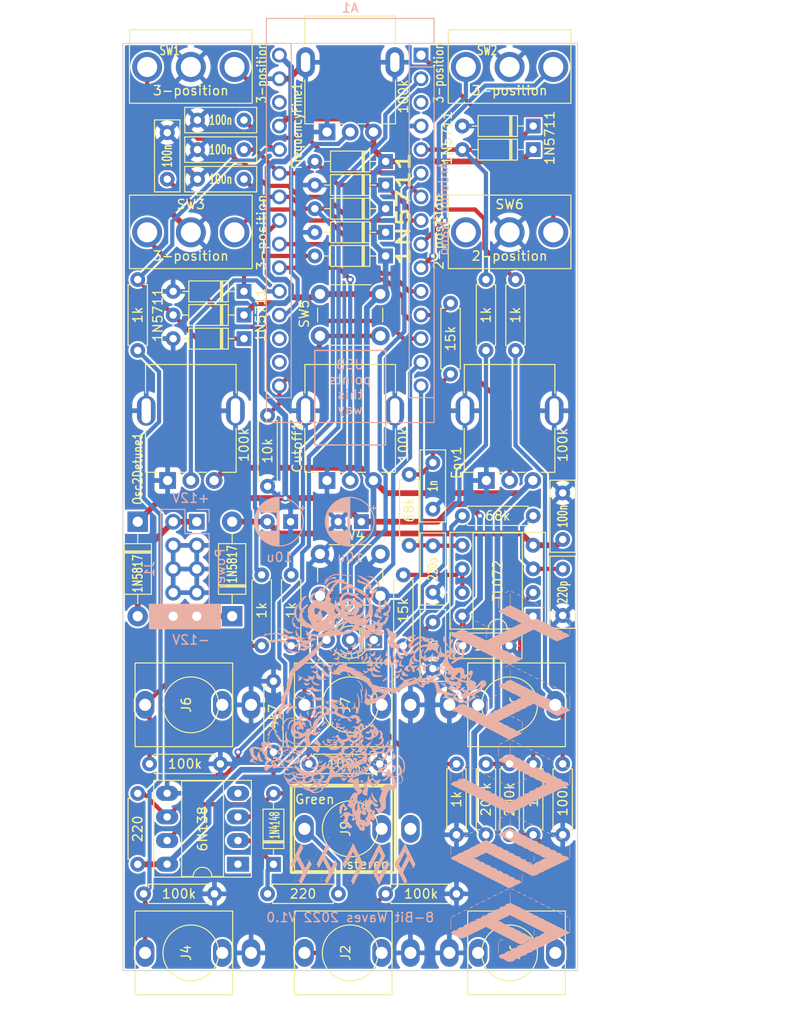
<source format=kicad_pcb>
(kicad_pcb (version 20210228) (generator pcbnew)
  (layers (0 "F.Cu" signal) (31 "B.Cu" signal) (34 "B.Paste" user) (35 "F.Paste" user) (36 "B.SilkS" user "B.Silkscreen") (37 "F.SilkS" user "F.Silkscreen") (38 "B.Mask" user) (39 "F.Mask" user) (44 "Edge.Cuts" user))
  (net 0 "")
  (net 1 "Net-(J9-Pad3)")
  (net 2 "+12V")
  (net 3 "StatusRed")
  (net 4 "GND")
  (net 5 "StatusBlue")
  (net 7 "PWM")
  (net 8 "+5V")
  (net 9 "Wave1-0")
  (net 10 "1V{slash}Oct")
  (net 11 "Wave1-1")
  (net 12 "A6")
  (net 13 "Wave2-0")
  (net 14 "A5")
  (net 15 "Wave2-1")
  (net 16 "A4")
  (net 17 "Mix0")
  (net 18 "A3")
  (net 19 "Mix1")
  (net 20 "A2")
  (net 21 "CLK_IN")
  (net 22 "A1")
  (net 23 "A0")
  (net 26 "+3V3")
  (net 27 "Arp{slash}Sync Type")
  (net 28 "-12V")
  (net 29 "Net-(C5-Pad2)")
  (net 30 "Net-(C6-Pad2)")
  (net 31 "Net-(D1-Pad2)")
  (net 32 "Net-(D2-Pad1)")
  (net 33 "Net-(C12-Pad2)")
  (net 34 "Net-(J2-Pad3)")
  (net 36 "Net-(J4-Pad3)")
  (net 38 "Net-(J5-Pad3)")
  (net 40 "Net-(J6-Pad3)")
  (net 42 "Net-(J7-Pad3)")
  (net 44 "Net-(J8-Pad3)")
  (net 46 "Net-(D16-Pad2)")
  (net 47 "Net-(D16-Pad1)")
  (net 49 "Net-(R10-Pad2)")
  (net 50 "Net-(R11-Pad1)")
  (net 51 "Net-(R20-Pad1)")
  (net 52 "MIDI RX")
  (net 53 "LEARN_BUTTON")
  (net 56 "Net-(D17-Pad2)")
  (net 57 "CLK_BUTTON")
  (net 58 "Net-(C11-Pad2)")
  (net 59 "Net-(R6-Pad1)")
  (footprint "kicad_libraries:Thonkiconn" (layer "F.Cu") (at 147.955 135.255 90)
    (fp_text reference "J9")
    (fp_text value "MIDI")
  )
  (footprint "kicad_libraries:toggle switch" (layer "F.Cu") (at 165.1 53.34 -90)
    (fp_text reference "SW2")
    (fp_text value "Wave2")
  )
  (footprint "Resistor_THT:R_Axial_DIN0207_L6.3mm_D2.5mm_P7.62mm_Horizontal" (layer "F.Cu") (at 153.67 107.95 -90)
    (fp_text reference "R6")
    (fp_text value "15k")
  )
  (footprint "Resistor_THT:R_Axial_DIN0207_L6.3mm_D2.5mm_P7.62mm_Horizontal" (layer "F.Cu") (at 146.685 142.24 180)
    (fp_text reference "R19")
    (fp_text value "220")
  )
  (footprint "Resistor_THT:R_Axial_DIN0207_L6.3mm_D2.5mm_P7.62mm_Horizontal" (layer "F.Cu") (at 125.095 131.445 -90)
    (fp_text reference "R21")
    (fp_text value "220")
  )
  (footprint "Resistor_THT:R_Axial_DIN0207_L6.3mm_D2.5mm_P7.62mm_Horizontal" (layer "F.Cu") (at 165.735 76.2 -90)
    (fp_text reference "R18")
    (fp_text value "1k")
  )
  (footprint "Diode_THT:D_DO-35_SOD27_P7.62mm_Horizontal" (layer "F.Cu") (at 136.525 80.01 180)
    (fp_text reference "D8" hide)
    (fp_text value "1N5711")
  )
  (footprint "Resistor_THT:R_Axial_DIN0207_L6.3mm_D2.5mm_P7.62mm_Horizontal" (layer "F.Cu") (at 126.365 128.27)
    (fp_text reference "R13")
    (fp_text value "100k")
  )
  (footprint "Resistor_THT:R_Axial_DIN0207_L6.3mm_D2.5mm_P7.62mm_Horizontal" (layer "F.Cu") (at 170.815 128.27 -90)
    (fp_text reference "R15")
    (fp_text value "100k")
  )
  (footprint "Diode_THT:D_DO-35_SOD27_P7.62mm_Horizontal" (layer "F.Cu") (at 151.765 63.5 180)
    (fp_text reference "D14" hide)
    (fp_text value "1N5711")
  )
  (footprint "Potentiometer_THT:Potentiometer_GND_Alpha_RD901F-40-00D_Single_Vertical_OvalHoles" (layer "F.Cu") (at 145.455 97.8 90)
    (fp_text reference "Cutoff1")
    (fp_text value "100k")
  )
  (footprint "Diode_THT:D_DO-35_SOD27_P7.62mm_Horizontal" (layer "F.Cu") (at 167.64 59.69 180)
    (fp_text reference "D4" hide)
    (fp_text value "1N5711")
  )
  (footprint "Resistor_THT:R_Axial_DIN0207_L6.3mm_D2.5mm_P7.62mm_Horizontal" (layer "F.Cu") (at 125.73 142.24)
    (fp_text reference "R7")
    (fp_text value "100k")
  )
  (footprint "Resistor_THT:R_Axial_DIN0207_L6.3mm_D2.5mm_P7.62mm_Horizontal" (layer "F.Cu") (at 167.64 128.27 -90)
    (fp_text reference "R11")
    (fp_text value "1k")
  )
  (footprint "Capacitor_THT:C_Disc_D7.5mm_W2.5mm_P5.00mm" (layer "F.Cu") (at 136.525 59.055 180)
    (fp_text reference "C7")
    (fp_text value "100n")
  )
  (footprint "Capacitor_THT:C_Disc_D7.5mm_W2.5mm_P5.00mm" (layer "F.Cu") (at 156.845 118.03 90)
    (fp_text reference "C5")
    (fp_text value "1n")
  )
  (footprint "Capacitor_THT:C_Disc_D7.5mm_W2.5mm_P5.00mm" (layer "F.Cu") (at 170.815 112.315 90)
    (fp_text reference "C6")
    (fp_text value "220p")
  )
  (footprint "Capacitor_THT:C_Disc_D7.5mm_W2.5mm_P5.00mm" (layer "F.Cu") (at 136.525 65.405 180)
    (fp_text reference "C9")
    (fp_text value "100n")
  )
  (footprint "Diode_THT:D_DO-35_SOD27_P7.62mm_Horizontal" (layer "F.Cu") (at 151.765 68.58 180)
    (fp_text reference "D12" hide)
    (fp_text value "1N5711")
  )
  (footprint "Resistor_THT:R_Axial_DIN0207_L6.3mm_D2.5mm_P7.62mm_Horizontal" (layer "F.Cu") (at 158.75 78.74 -90)
    (fp_text reference "R23")
    (fp_text value "15k")
  )
  (footprint "kicad_libraries:Thonkiconn" (layer "F.Cu") (at 147.955 121.92 90)
    (fp_text reference "J7")
    (fp_text value "Cutoff")
  )
  (footprint "Capacitor_THT:C_Disc_D7.5mm_W2.5mm_P5.00mm" (layer "F.Cu") (at 156.845 100.885 90)
    (fp_text reference "C11")
    (fp_text value "1n")
  )
  (footprint "Resistor_THT:R_Axial_DIN0207_L6.3mm_D2.5mm_P7.62mm_Horizontal" (layer "F.Cu") (at 139.7 127 90)
    (fp_text reference "R20")
    (fp_text value "4k7")
  )
  (footprint "Diode_THT:D_DO-35_SOD27_P7.62mm_Horizontal" (layer "F.Cu") (at 136.525 77.47 180)
    (fp_text reference "D11" hide)
    (fp_text value "1N5711")
  )
  (footprint "Resistor_THT:R_Axial_DIN0207_L6.3mm_D2.5mm_P7.62mm_Horizontal" (layer "F.Cu") (at 151.765 142.24)
    (fp_text reference "R1")
    (fp_text value "100k")
  )
  (footprint "kicad_libraries:Thonkiconn" (layer "F.Cu") (at 165.1 121.92 -90)
    (fp_text reference "J8")
    (fp_text value "Envelope")
  )
  (footprint "Package_DIP:DIP-8_W7.62mm_Socket" (layer "F.Cu") (at 167.63 112.385 180)
    (fp_text reference "U1" hide)
    (fp_text value "TL072")
  )
  (footprint "Capacitor_THT:C_Disc_D7.5mm_W2.5mm_P5.00mm" (layer "F.Cu") (at 136.525 62.23 180)
    (fp_text reference "C10")
    (fp_text value "100n")
  )
  (footprint "Diode_THT:D_DO-35_SOD27_P7.62mm_Horizontal" (layer "F.Cu") (at 136.525 82.55 180)
    (fp_text reference "D9" hide)
    (fp_text value "1N5711")
  )
  (footprint "Potentiometer_THT:Potentiometer_GND_Alpha_RD901F-40-00D_Single_Vertical_OvalHoles" (layer "F.Cu") (at 128.31 97.8 90)
    (fp_text reference "Osc2Detune1")
    (fp_text value "100k")
  )
  (footprint "Capacitor_THT:C_Disc_D7.5mm_W2.5mm_P5.00mm" (layer "F.Cu") (at 170.815 99.14 -90)
    (fp_text reference "C4")
    (fp_text value "100n")
  )
  (footprint "LED_THT:LED_D3.0mm-3" (layer "F.Cu") (at 150.495 114.935 180)
    (fp_text reference "D17" hide)
    (fp_text value "Status")
  )
  (footprint "Capacitor_THT:C_Disc_D7.5mm_W2.5mm_P5.00mm" (layer "F.Cu") (at 128.27 65.405 90)
    (fp_text reference "C8")
    (fp_text value "100n")
  )
  (footprint "Button_Switch_THT:SW_PUSH_6mm" (layer "F.Cu") (at 144.705 77.76)
    (fp_text reference "SW5")
    (fp_text value "Learn")
  )
  (footprint "Diode_THT:D_DO-35_SOD27_P7.62mm_Horizontal" (layer "F.Cu") (at 167.64 62.23 180)
    (fp_text reference "D3" hide)
    (fp_text value "1N5711")
  )
  (footprint "Resistor_THT:R_Axial_DIN0207_L6.3mm_D2.5mm_P7.62mm_Horizontal" (layer "F.Cu") (at 162.56 135.89 90)
    (fp_text reference "R10")
    (fp_text value "200k")
  )
  (footprint "kicad_libraries:Thonkiconn" (layer "F.Cu") (at 147.955 148.59 90)
    (fp_text reference "J2")
    (fp_text value "Clk")
  )
  (footprint "Diode_THT:D_DO-35_SOD27_P7.62mm_HorizontalVal" (layer "F.Cu") (at 139.7 139.065 90)
    (fp_text reference "D16" hide)
    (fp_text value "1N4148")
  )
  (footprint "Diode_THT:D_DO-35_SOD27_P7.62mm_Horizontal" (layer "F.Cu") (at 151.765 66.04 180)
    (fp_text reference "D15" hide)
    (fp_text value "1N5711")
  )
  (footprint "Resistor_THT:R_Axial_DIN0207_L6.3mm_D2.5mm_P7.62mm_Horizontal" (layer "F.Cu") (at 160.02 101.6)
    (fp_text reference "R8")
    (fp_text value "68k")
  )
  (footprint "Resistor_THT:R_Axial_DIN0207_L6.3mm_D2.5mm_P7.62mm_Horizontal" (layer "F.Cu") (at 125.095 76.2 -90)
    (fp_text reference "R9")
    (fp_text value "1k")
  )
  (footprint "kicad_libraries:Thonkiconn" (layer "F.Cu") (at 130.81 148.59 90)
    (fp_text reference "J4")
    (fp_text value "1V/Oct")
  )
  (footprint "Diode_THT:D_DO-35_SOD27_P7.62mm_Horizontal" (layer "F.Cu") (at 151.765 73.66 180)
    (fp_text reference "D10" hide)
    (fp_text value "1N5711")
  )
  (footprint "kicad_libraries:Thonkiconn" (layer "F.Cu") (at 130.81 121.92 90)
    (fp_text reference "J6")
    (fp_text value "Detune")
  )
  (footprint "Capacitor_THT:C_Disc_D7.5mm_W2.5mm_P5.00mm" (layer "F.Cu") (at 160.06 115.57)
    (fp_text reference "C3")
    (fp_text value "100n")
  )
  (footprint "Button_Switch_THT:SW_PUSH_6mm" (layer "F.Cu") (at 144.705 105.7)
    (fp_text reference "SW4")
    (fp_text value "Clk")
  )
  (footprint "kicad_libraries:Thonkiconn" (layer "F.Cu") (at 165.1 148.59 -90)
    (fp_text reference "J5")
    (fp_text value "Audio")
  )
  (footprint "Resistor_THT:R_Axial_DIN0207_L6.3mm_D2.5mm_P7.62mm_Horizontal" (layer "F.Cu") (at 141.605 107.95 -90)
    (fp_text reference "R17")
    (fp_text value "1k")
  )
  (footprint "Resistor_THT:R_Axial_DIN0207_L6.3mm_D2.5mm_P7.62mm_Horizontal" (layer "F.Cu") (at 143.51 128.27)
    (fp_text reference "R14")
    (fp_text value "100k")
  )
  (footprint "Resistor_THT:R_Axial_DIN0207_L6.3mm_D2.5mm_P7.62mm_Horizontal" (layer "F.Cu") (at 139.065 98.425 90)
    (fp_text reference "R2")
    (fp_text value "10k")
  )
  (footprint "Capacitor_THT:C_Disc_D7.5mm_W2.5mm_P5.00mm" (layer "F.Cu") (at 156.845 109.815 90)
    (fp_text reference "C12")
    (fp_text value "220p")
  )
  (footprint "kicad_libraries:toggle switch" (layer "F.Cu") (at 165.1 71.12 -90)
    (fp_text reference "SW6")
    (fp_text value "Arp/Sync Type")
  )
  (footprint "Resistor_THT:R_Axial_DIN0207_L6.3mm_D2.5mm_P7.62mm_Horizontal" (layer "F.Cu") (at 162.56 76.2 -90)
    (fp_text reference "R3")
    (fp_text value "1k")
  )
  (footprint "Resistor_THT:R_Axial_DIN0207_L6.3mm_D2.5mm_P7.62mm_Horizontal" (layer "F.Cu") (at 165.1 128.27 -90)
    (fp_text reference "R12")
    (fp_text value "200k")
  )
  (footprint "Diode_THT:D_DO-35_SOD27_P7.62mm_Horizontal" (layer "F.Cu") (at 151.765 71.12 180)
    (fp_text reference "D13" hide)
    (fp_text value "1N5711")
  )
  (footprint "Resistor_THT:R_Axial_DIN0207_L6.3mm_D2.5mm_P7.62mm_Horizontal" (layer "F.Cu") (at 159.385 128.27 -90)
    (fp_text reference "R22")
    (fp_text value "1k")
  )
  (footprint "Potentiometer_THT:Potentiometer_GND_Alpha_RD901F-40-00D_Single_Vertical_OvalHoles" (layer "F.Cu") (at 162.6 97.8 90)
    (fp_text reference "Env1")
    (fp_text value "100k")
  )
  (footprint "Resistor_THT:R_Axial_DIN0207_L6.3mm_D2.5mm_P7.62mm_Horizontal" (layer "F.Cu") (at 138.43 107.95 -90)
    (fp_text reference "R16")
    (fp_text value "1k")
  )
  (footprint "kicad_libraries:toggle switch" (layer "F.Cu") (at 130.81 71.12 -90)
    (fp_text reference "SW3")
    (fp_text value "Mix")
  )
  (footprint "Diode_THT:D_DO-41_SOD81_P10.16mm_Horizontal" (layer "F.Cu") (at 135.255 112.395 90)
    (fp_text reference "D2" hide)
    (fp_text value "1N5817")
  )
  (footprint "Diode_THT:D_DO-41_SOD81_P10.16mm_Horizontal" (layer "F.Cu") (at 125.095 102.235 -90)
    (fp_text reference "D1" hide)
    (fp_text value "1N5817")
  )
  (footprint "Package_DIP:DIP-8_W7.62mm_Socket_LongPads" (layer "F.Cu") (at 135.88 139.055 180)
    (fp_text reference "U2" hide)
    (fp_text value "6N138")
  )
  (footprint "Resistor_THT:R_Axial_DIN0207_L6.3mm_D2.5mm_P7.62mm_Horizontal" (layer "F.Cu") (at 154.305 97.155 -90)
    (fp_text reference "R24")
    (fp_text value "68k")
  )
  (footprint "kicad_libraries:toggle switch" (layer "F.Cu") (at 130.81 53.34 -90)
    (fp_text reference "SW1")
    (fp_text value "Wave1")
  )
  (footprint "Potentiometer_THT:Potentiometer_GND_Alpha_RD901F-40-00D_Single_Vertical_OvalHoles" (layer "F.Cu") (at 145.455 60.335 90)
    (fp_text reference "FrequencyFine1")
    (fp_text value "100k")
  )
  (footprint "Connector_PinHeader_2.54mm:PinHeader_2x05_P2.54mm_Vertical" (layer "B.Cu") (at 131.45 102.24 180)
    (fp_text reference "J1")
    (fp_text value "Power")
  )
  (footprint "kicad_libraries:ASCII mid size" (layer "B.Cu") (at 165.1 129.54 90)
    (fp_text reference "G***")
    (fp_text value "LOGO" hide)
  )
  (footprint "Module:Arduino_Nano" (layer "B.Cu") (at 155.575 52.07 180)
    (fp_text reference "A1")
    (fp_text value "Arduino_Nano_v3.x")
  )
  (footprint "kicad_libraries:lion" (layer "B.Cu") (at 149.86 121.92 180)
    (fp_text reference "G***")
    (fp_text value "LOGO" hide)
  )
  (footprint "Capacitor_THT:CP_Radial_D5.0mm_P2.50mm" (layer "B.Cu") (at 149.160113 102.235 180)
    (fp_text reference "C1")
    (fp_text value "10u")
  )
  (footprint "Capacitor_THT:CP_Radial_D5.0mm_P2.50mm" (layer "B.Cu") (at 141.540113 102.235 180)
    (fp_text reference "C2")
    (fp_text value "10u")
  )
  (footprint "kicad_libraries:ASCII small" (layer "B.Cu") (at 147.955 139.065 180)
    (fp_text reference "G***")
    (fp_text value "LOGO" hide)
  )
  (gr_rect (start 126.365 113.73) (end 133.985 111.125) (layer "B.SilkS") (width 0.15) (fill solid))
  (gr_rect (start 144.145 83.82) (end 151.765 93.98) (layer "B.SilkS") (width 0.15) (fill none))
  (gr_line (start 149.225 113.699) (end 149.225 116.171) (layer "F.SilkS") (width 0.15))
  (gr_line (start 148.995961 113.665) (end 148.995961 116.205) (layer "F.SilkS") (width 0.15))
  (gr_rect (start 141.605 130.556) (end 152.781 139.954) (layer "F.SilkS") (width 0.3) (fill none))
  (gr_rect (start 123.5075 50.8) (end 172.4025 150.495) (layer "Edge.Cuts") (width 0.1) (fill none))
  (gr_text "-12V" (at 130.81 114.935) (layer "B.SilkS") (effects (font (size 1 1)) (justify mirror)))
  (gr_text "Arduino Nano" (at 157.988 68.58 90) (layer "B.SilkS") (effects (font (size 1 1)) (justify mirror)))
  (gr_text "+12V" (at 130.81 99.695) (layer "B.SilkS") (effects (font (size 1 1)) (justify mirror)))
  (gr_text "USB\npoints\nthis\nway" (at 147.955 87.757) (layer "B.SilkS") (effects (font (size 1 1)) (justify mirror)))
  (gr_text "8-Bit Waves 2022 V1.0" (at 147.955 144.78) (layer "B.SilkS") (effects (font (size 1 1)) (justify mirror)))
  (gr_text "3-position" (at 157.48 53.975 90) (layer "F.SilkS") (effects (font (size 1 0.8))))
  (gr_text "3-position" (at 130.81 73.66) (layer "F.SilkS") (effects (font (size 1 1))))
  (gr_text "3-position" (at 138.43 71.12 90) (layer "F.SilkS") (effects (font (size 1 1))))
  (gr_text "3-position" (at 138.43 53.975 90) (layer "F.SilkS") (effects (font (size 1 0.8))))
  (gr_text "stereo" (at 149.86 139.065) (layer "F.SilkS") (effects (font (size 1 1))))
  (gr_text "2-position" (at 157.48 71.07 90) (layer "F.SilkS") (effects (font (size 1 1))))
  (gr_text "Green" (at 144.145 132.08) (layer "F.SilkS") (effects (font (size 1 1))))
  (gr_text "3-position" (at 165.1 55.88) (layer "F.SilkS") (effects (font (size 1 1))))
  (gr_text "2-position" (at 165.1 73.66) (layer "F.SilkS") (effects (font (size 1 1))))
  (gr_text "3-position" (at 130.81 55.88) (layer "F.SilkS") (effects (font (size 1 1))))
  (segment (start 146.685 138.905) (end 143.035 135.255) (width 0.4572) (layer "B.Cu") (net 1))
  (segment (start 146.685 142.24) (end 146.685 138.905) (width 0.4572) (layer "B.Cu") (net 1))
  (segment (start 157.362629 102.235) (end 149.160113 102.235) (width 0.62) (layer "F.Cu") (net 2))
  (segment (start 127.635 99.695) (end 140.97 99.695) (width 0.62) (layer "F.Cu") (net 2))
  (segment (start 161.925 101.6) (end 160.663089 100.338089) (width 0.62) (layer "F.Cu") (net 2))
  (segment (start 160.06 112.435) (end 160.01 112.385) (width 0.62) (layer "F.Cu") (net 2))
  (segment (start 127.635 99.695) (end 126.656911 100.673089) (width 0.62) (layer "F.Cu") (net 2))
  (segment (start 127.635 99.695) (end 125.095 102.235) (width 0.62) (layer "F.Cu") (net 2))
  (segment (start 160.663089 100.338089) (end 159.25954 100.338089) (width 0.62) (layer "F.Cu") (net 2))
  (segment (start 159.25954 100.338089) (end 157.362629 102.235) (width 0.62) (layer "F.Cu") (net 2))
  (segment (start 140.97 99.695) (end 146.620113 99.695) (width 0.62) (layer "F.Cu") (net 2))
  (segment (start 146.620113 99.695) (end 149.160113 102.235) (width 0.62) (layer "F.Cu") (net 2))
  (segment (start 160.06 115.57) (end 160.06 112.435) (width 0.62) (layer "F.Cu") (net 2))
  (via (at 161.925 101.6) (size 0.8) (drill 0.4) (layers "F.Cu" "B.Cu") (net 2))
  (via (at 140.97 99.695) (size 0.8) (drill 0.4) (layers "F.Cu" "B.Cu") (net 2))
  (segment (start 139.065 75.527629) (end 139.737371 76.2) (width 0.62) (layer "B.Cu") (net 2))
  (segment (start 138.43 88.302371) (end 140.97 90.842371) (width 0.62) (layer "B.Cu") (net 2))
  (segment (start 139.737371 76.2) (end 140.97 76.2) (width 0.62) (layer "B.Cu") (net 2))
  (segment (start 140.92454 63.508089) (end 139.729282 63.508089) (width 0.62) (layer "B.Cu") (net 2))
  (segment (start 140.97 90.842371) (end 140.97 99.695) (width 0.62) (layer "B.Cu") (net 2))
  (segment (start 140.97 97.155) (end 140.97 99.695) (width 0.62) (layer "B.Cu") (net 2))
  (segment (start 141.605 53.34) (end 141.605 62.827629) (width 0.62) (layer "B.Cu") (net 2))
  (segment (start 139.065 64.172371) (end 139.065 75.527629) (width 0.62) (layer "B.Cu") (net 2))
  (segment (start 141.605 62.827629) (end 140.92454 63.508089) (width 0.62) (layer "B.Cu") (net 2))
  (segment (start 161.925 110.47) (end 161.925 101.6) (width 0.62) (layer "B.Cu") (net 2))
  (segment (start 140.335 52.07) (end 141.605 53.34) (width 0.62) (layer "B.Cu") (net 2))
  (segment (start 140.97 76.2) (end 141.605 76.835) (width 0.62) (layer "B.Cu") (net 2))
  (segment (start 139.729282 63.508089) (end 139.065 64.172371) (width 0.62) (layer "B.Cu") (net 2))
  (segment (start 160.01 112.385) (end 161.925 110.47) (width 0.62) (layer "B.Cu") (net 2))
  (segment (start 141.605 76.835) (end 141.605 78.067629) (width 0.62) (layer "B.Cu") (net 2))
  (segment (start 140.940718 78.731911) (end 139.708089 78.731911) (width 0.62) (layer "B.Cu") (net 2))
  (segment (start 139.708089 78.731911) (end 138.43 80.01) (width 0.62) (layer "B.Cu") (net 2))
  (segment (start 138.43 80.01) (end 138.43 88.302371) (width 0.62) (layer "B.Cu") (net 2))
  (segment (start 141.605 78.067629) (end 140.940718 78.731911) (width 0.62) (layer "B.Cu") (net 2))
  (segment (start 151.765 97.214843) (end 151.13 96.579843) (width 0.4572) (layer "B.Cu") (net 3))
  (segment (start 145.415 113.914631) (end 148.010519 111.319112) (width 0.4572) (layer "B.Cu") (net 3))
  (segment (start 151.13 84.455) (end 153.785369 81.799631) (width 0.4572) (layer "B.Cu") (net 3))
  (segment (start 148.010519 111.319112) (end 148.01052 106.851324) (width 0.4572) (layer "B.Cu") (net 3))
  (segment (start 153.785369 66.559631) (end 155.575 64.77) (width 0.4572) (layer "B.Cu") (net 3))
  (segment (start 153.785369 81.799631) (end 153.785369 66.559631) (width 0.4572) (layer "B.Cu") (net 3))
  (segment (start 149.824489 105.037355) (end 149.973422 104.888422) (width 0.4572) (layer "B.Cu") (net 3))
  (segment (start 148.01052 106.851324) (end 149.824489 105.037355) (width 0.4572) (layer "B.Cu") (net 3))
  (segment (start 151.13 96.579843) (end 151.13 84.455) (width 0.4572) (layer "B.Cu") (net 3))
  (segment (start 149.824489 105.037355) (end 151.765 103.096843) (width 0.4572) (layer "B.Cu") (net 3))
  (segment (start 145.415 114.935) (end 145.415 113.914631) (width 0.4572) (layer "B.Cu") (net 3))
  (segment (start 151.765 103.096843) (end 151.765 97.214843) (width 0.4572) (layer "B.Cu") (net 3))
  (segment (start 127.008089 64.799282) (end 127.008089 67.318089) (width 0.62) (layer "F.Cu") (net 4))
  (segment (start 127.664282 64.143089) (end 127.008089 64.799282) (width 0.62) (layer "F.Cu") (net 4))
  (segment (start 141.38 54.61) (end 143.155 52.835) (width 0.62) (layer "F.Cu") (net 4))
  (segment (start 127.008089 67.318089) (end 130.81 71.12) (width 0.62) (layer "F.Cu") (net 4))
  (segment (start 130.263089 64.143089) (end 127.664282 64.143089) (width 0.62) (layer "F.Cu") (net 4))
  (segment (start 140.335 54.61) (end 141.38 54.61) (width 0.62) (layer "F.Cu") (net 4))
  (segment (start 131.525 65.405) (end 130.263089 64.143089) (width 0.62) (layer "F.Cu") (net 4))
  (segment (start 152.585511 106.776332) (end 149.824489 109.537354) (width 0.4572) (layer "B.Cu") (net 5))
  (segment (start 155.575 85.09) (end 154.394489 86.270511) (width 0.4572) (layer "B.Cu") (net 5))
  (segment (start 149.824489 109.537354) (end 149.824489 114.264489) (width 0.4572) (layer "B.Cu") (net 5))
  (segment (start 149.824489 114.264489) (end 150.495 114.935) (width 0.4572) (layer "B.Cu") (net 5))
  (segment (start 154.394489 86.270511) (end 154.394489 95.318354) (width 0.4572) (layer "B.Cu") (net 5))
  (segment (start 152.585511 97.127332) (end 152.585511 106.776332) (width 0.4572) (layer "B.Cu") (net 5))
  (segment (start 154.394489 95.318354) (end 152.585511 97.127332) (width 0.4572) (layer "B.Cu") (net 5))
  (segment (start 157.48 80.01) (end 158.75 78.74) (width 0.4572) (layer "F.Cu") (net 7))
  (segment (start 155.575 80.01) (end 157.48 80.01) (width 0.4572) (layer "F.Cu") (net 7))
  (segment (start 140.940718 78.731911) (end 141.567629 78.105) (width 0.62) (layer "F.Cu") (net 8))
  (segment (start 134.671911 96.438089) (end 149.093089 96.438089) (width 0.62) (layer "F.Cu") (net 8))
  (segment (start 125.095 139.065) (end 128.25 139.065) (width 0.62) (layer "F.Cu") (net 8))
  (segment (start 151.816911 99.161911) (end 166.238089 99.161911) (width 0.62) (layer "F.Cu") (net 8))
  (segment (start 140.335 59.69) (end 141.134999 58.890001) (width 0.62) (layer "F.Cu") (net 8))
  (segment (start 128.25 139.065) (end 128.26 139.055) (width 0.62) (layer "F.Cu") (net 8))
  (segment (start 150.455 60.335) (end 150.455 62.19) (width 0.62) (layer "F.Cu") (net 8))
  (segment (start 144.705 77.76) (end 151.205 77.76) (width 0.62) (layer "F.Cu") (net 8))
  (segment (start 150.455 97.8) (end 151.816911 99.161911) (width 0.62) (layer "F.Cu") (net 8))
  (segment (start 149.010001 58.890001) (end 150.455 60.335) (width 0.62) (layer "F.Cu") (net 8))
  (segment (start 150.455 62.19) (end 151.765 63.5) (width 0.62) (layer "F.Cu") (net 8))
  (segment (start 166.238089 99.161911) (end 167.6 97.8) (width 0.62) (layer "F.Cu") (net 8))
  (segment (start 133.31 97.8) (end 134.671911 96.438089) (width 0.62) (layer "F.Cu") (net 8))
  (segment (start 151.765 63.5) (end 166.37 63.5) (width 0.62) (layer "F.Cu") (net 8))
  (segment (start 144.36 78.105) (end 144.705 77.76) (width 0.62) (layer "F.Cu") (net 8))
  (segment (start 166.37 63.5) (end 167.64 62.23) (width 0.62) (layer "F.Cu") (net 8))
  (segment (start 137.803089 78.731911) (end 140.940718 78.731911) (width 0.62) (layer "F.Cu") (net 8))
  (segment (start 141.567629 78.105) (end 144.36 78.105) (width 0.62) (layer "F.Cu") (net 8))
  (segment (start 136.525 80.01) (end 137.803089 78.731911) (width 0.62) (layer "F.Cu") (net 8))
  (segment (start 141.134999 58.890001) (end 149.010001 58.890001) (width 0.62) (layer "F.Cu") (net 8))
  (segment (start 149.093089 96.438089) (end 150.455 97.8) (width 0.62) (layer "F.Cu") (net 8))
  (segment (start 147.32 106.506553) (end 147.32 111.033089) (width 0.62) (layer "B.Cu") (net 8))
  (segment (start 132.715 134.6) (end 128.26 139.055) (width 0.62) (layer "B.Cu") (net 8))
  (segment (start 161.298089 134.628089) (end 161.298089 124.909378) (width 0.62) (layer "B.Cu") (net 8))
  (segment (start 150.455 103.371553) (end 147.32 106.506553) (width 0.62) (layer "B.Cu") (net 8))
  (segment (start 151.765 77.2) (end 151.205 77.76) (width 0.62) (layer "B.Cu") (net 8))
  (segment (start 149.743089 97.088089) (end 150.455 97.8) (width 0.62) (layer "B.Cu") (net 8))
  (segment (start 150.503089 69.841911) (end 150.503089 72.398089) (width 0.62) (layer "B.Cu") (net 8))
  (segment (start 150.503089 72.398089) (end 151.765 73.66) (width 0.62) (layer "B.Cu") (net 8))
  (segment (start 145.415 118.11) (end 145.415 123.825) (width 0.62) (layer "B.Cu") (net 8))
  (segment (start 150.503089 67.318089) (end 151.765 68.58) (width 0.62) (layer "B.Cu") (net 8))
  (segment (start 151.765 63.5) (end 150.503089 64.761911) (width 0.62) (layer "B.Cu") (net 8))
  (segment (start 144.053089 116.748089) (end 145.415 118.11) (width 0.62) (layer "B.Cu") (net 8))
  (segment (start 132.715 132.415376) (end 132.715 134.6) (width 0.62) (layer "B.Cu") (net 8))
  (segment (start 163.798089 122.409378) (end 163.798089 101.601911) (width 0.62) (layer "B.Cu") (net 8))
  (segment (start 161.298089 124.909378) (end 163.798089 122.409378) (width 0.62) (layer "B.Cu") (net 8))
  (segment (start 149.743089 79.221911) (end 149.743089 97.088089) (width 0.62) (layer "B.Cu") (net 8))
  (segment (start 151.765 73.66) (end 151.765 77.2) (width 0.62) (layer "B.Cu") (net 8))
  (segment (start 163.798089 101.601911) (end 167.6 97.8) (width 0.62) (layer "B.Cu") (net 8))
  (segment (start 147.32 111.033089) (end 144.053089 114.3) (width 0.62) (layer "B.Cu") (net 8))
  (segment (start 133.35 97.84) (end 133.31 97.8) (width 0.62) (layer "B.Cu") (net 8))
  (segment (start 162.56 135.89) (end 161.298089 134.628089) (width 0.62) (layer "B.Cu") (net 8))
  (segment (start 145.415 123.825) (end 140.335 128.905) (width 0.62) (layer "B.Cu") (net 8))
  (segment (start 140.335 128.905) (end 136.225376 128.905) (width 0.62) (layer "B.Cu") (net 8))
  (segment (start 151.205 77.76) (end 149.743089 79.221911) (width 0.62) (layer "B.Cu") (net 8))
  (segment (start 150.455 97.8) (end 150.455 103.371553) (width 0.62) (layer "B.Cu") (net 8))
  (segment (start 136.225376 128.905) (end 132.715 132.415376) (width 0.62) (layer "B.Cu") (net 8))
  (segment (start 144.053089 114.3) (end 144.053089 116.748089) (width 0.62) (layer "B.Cu") (net 8))
  (segment (start 151.765 68.58) (end 150.503089 69.841911) (width 0.62) (layer "B.Cu") (net 8))
  (segment (start 150.503089 64.761911) (end 150.503089 67.318089) (width 0.62) (layer "B.Cu") (net 8))
  (segment (start 152.945511 64.680511) (end 147.072668 64.680511) (width 0.4572) (layer "F.Cu") (net 9))
  (segment (start 143.352157 60.96) (end 139.857843 60.96) (width 0.4572) (layer "F.Cu") (net 9))
  (segment (start 137.705511 58.807668) (end 137.705511 55.535511) (width 0.4572) (layer "F.Cu") (net 9))
  (segment (start 147.072668 64.680511) (end 143.352157 60.96) (width 0.4572) (layer "F.Cu") (net 9))
  (segment (start 155.575 67.31) (end 152.945511 64.680511) (width 0.4572) (layer "F.Cu") (net 9))
  (segment (start 139.857843 60.96) (end 137.705511 58.807668) (width 0.4572) (layer "F.Cu") (net 9))
  (segment (start 137.705511 55.535511) (end 135.51 53.34) (width 0.4572) (layer "F.Cu") (net 9))
  (segment (start 131.445 82.55) (end 136.525 82.55) (width 0.4572) (layer "F.Cu") (net 10))
  (segment (start 139.7 62.23) (end 140.335 62.23) (width 0.4572) (layer "F.Cu") (net 10))
  (segment (start 136.525 59.055) (end 139.7 62.23) (width 0.4572) (layer "F.Cu") (net 10))
  (segment (start 125.095 76.2) (end 128.905 80.01) (width 0.4572) (layer "F.Cu") (net 10))
  (segment (start 128.905 80.01) (end 131.445 82.55) (width 0.4572) (layer "F.Cu") (net 10))
  (segment (start 135.344489 63.410511) (end 137.705511 63.410511) (width 0.4572) (layer "B.Cu") (net 10))
  (segment (start 125.095 76.2) (end 128.814489 72.480511) (width 0.4572) (layer "B.Cu") (net 10))
  (segment (start 128.814489 72.480511) (end 128.814489 69.940511) (width 0.4572) (layer "B.Cu") (net 10))
  (segment (start 138.886022 62.23) (end 137.705511 63.410511) (width 0.4572) (layer "B.Cu") (net 10))
  (segment (start 140.335 62.23) (end 138.886022 62.23) (width 0.4572) (layer "B.Cu") (net 10))
  (segment (start 128.814489 69.940511) (end 135.344489 63.410511) (width 0.4572) (layer "B.Cu") (net 10))
  (segment (start 155.575 69.85) (end 147.955 69.85) (width 0.4572) (layer "F.Cu") (net 11))
  (segment (start 142.466426 67.31) (end 145.415 67.31) (width 0.4572) (layer "F.Cu") (net 11))
  (segment (start 126.11 55.623954) (end 131.535535 61.049489) (width 0.4572) (layer "F.Cu") (net 11))
  (segment (start 147.955 69.85) (end 145.415 67.31) (width 0.4572) (layer "F.Cu") (net 11))
  (segment (start 138.996646 66.129489) (end 141.285915 66.129489) (width 0.4572) (layer "F.Cu") (net 11))
  (segment (start 126.11 53.34) (end 126.11 55.623954) (width 0.4572) (layer "F.Cu") (net 11))
  (segment (start 135.89 63.5) (end 136.367157 63.5) (width 0.4572) (layer "F.Cu") (net 11))
  (segment (start 136.367157 63.5) (end 138.996646 66.129489) (width 0.4572) (layer "F.Cu") (net 11))
  (segment (start 131.535535 61.049489) (end 133.439489 61.049489) (width 0.4572) (layer "F.Cu") (net 11))
  (segment (start 133.439489 61.049489) (end 135.89 63.5) (width 0.4572) (layer "F.Cu") (net 11))
  (segment (start 141.285915 66.129489) (end 142.466426 67.31) (width 0.4572) (layer "F.Cu") (net 11))
  (segment (start 146.685 66.04) (end 144.145 63.5) (width 0.4572) (layer "F.Cu") (net 12))
  (segment (start 161.379489 68.669489) (end 154.394489 68.669489) (width 0.4572) (layer "F.Cu") (net 12))
  (segment (start 165.735 76.2) (end 162.395511 72.860511) (width 0.4572) (layer "F.Cu") (net 12))
  (segment (start 142.875 64.77) (end 144.145 63.5) (width 0.4572) (layer "F.Cu") (net 12))
  (segment (start 140.335 64.77) (end 142.875 64.77) (width 0.4572) (layer "F.Cu") (net 12))
  (segment (start 151.765 66.04) (end 146.685 66.04) (width 0.4572) (layer "F.Cu") (net 12))
  (segment (start 162.395511 69.685511) (end 161.379489 68.669489) (width 0.4572) (layer "F.Cu") (net 12))
  (segment (start 136.525 62.23) (end 137.795 62.23) (width 0.4572) (layer "F.Cu") (net 12))
  (segment (start 162.395511 72.860511) (end 162.395511 69.685511) (width 0.4572) (layer "F.Cu") (net 12))
  (segment (start 137.795 62.23) (end 140.335 64.77) (width 0.4572) (layer "F.Cu") (net 12))
  (segment (start 151.765 66.04) (end 154.394489 68.669489) (width 0.4572) (layer "F.Cu") (net 12))
  (segment (start 155.575 72.39) (end 158.115 69.85) (width 0.4572) (layer "F.Cu") (net 13))
  (via (at 158.115 69.85) (size 0.8) (drill 0.4) (layers "F.Cu" "B.Cu") (net 13))
  (segment (start 167.804489 55.335511) (end 162.469489 55.335511) (width 0.4572) (layer "B.Cu") (net 13))
  (segment (start 169.8 53.34) (end 167.804489 55.335511) (width 0.4572) (layer "B.Cu") (net 13))
  (segment (start 162.469489 55.335511) (end 158.75 59.055) (width 0.4572) (layer "B.Cu") (net 13))
  (segment (start 158.115 69.85) (end 158.115 59.69) (width 0.4572) (layer "B.Cu") (net 13))
  (segment (start 158.115 59.69) (end 158.75 59.055) (width 0.4572) (layer "B.Cu") (net 13))
  (segment (start 144.145 68.58) (end 145.415 68.58) (width 0.4572) (layer "F.Cu") (net 14))
  (segment (start 138.43 67.31) (end 140.335 67.31) (width 0.4572) (layer "F.Cu") (net 14))
  (segment (start 136.525 65.405) (end 138.43 67.31) (width 0.4572) (layer "F.Cu") (net 14))
  (segment (start 151.765 71.12) (end 147.955 71.12) (width 0.4572) (layer "F.Cu") (net 14))
  (segment (start 147.955 71.12) (end 145.415 68.58) (width 0.4572) (layer "F.Cu") (net 14))
  (segment (start 140.335 67.31) (end 141.605 67.31) (width 0.4572) (layer "F.Cu") (net 14))
  (segment (start 142.875 68.58) (end 141.605 67.31) (width 0.4572) (layer "F.Cu") (net 14))
  (segment (start 144.145 68.58) (end 142.875 68.58) (width 0.4572) (layer "F.Cu") (net 14))
  (segment (start 146.07588 91.41412) (end 146.07588 90.552694) (width 0.4572) (layer "B.Cu") (net 14))
  (segment (start 141.605 107.95) (end 141.605 105.895417) (width 0.4572) (layer "B.Cu") (net 14))
  (segment (start 142.875 104.625417) (end 142.875 94.615) (width 0.4572) (layer "B.Cu") (net 14))
  (segment (start 146.085511 70.520511) (end 144.145 68.58) (width 0.4572) (layer "B.Cu") (net 14))
  (segment (start 142.875 94.615) (end 146.07588 91.41412) (width 0.4572) (layer "B.Cu") (net 14))
  (segment (start 146.07588 90.552694) (end 146.085511 90.543063) (width 0.4572) (layer "B.Cu") (net 14))
  (segment (start 146.085511 90.543063) (end 146.085511 70.520511) (width 0.4572) (layer "B.Cu") (net 14))
  (segment (start 141.605 105.895417) (end 142.875 104.625417) (width 0.4572) (layer "B.Cu") (net 14))
  (segment (start 156.845 73.66) (end 155.575 74.93) (width 0.4572) (layer "F.Cu") (net 15))
  (via (at 156.845 73.66) (size 0.8) (drill 0.4) (layers "F.Cu" "B.Cu") (net 15))
  (segment (start 157.48 69.215) (end 156.845 69.85) (width 0.4572) (layer "B.Cu") (net 15))
  (segment (start 156.845 69.85) (end 156.845 73.66) (width 0.4572) (layer "B.Cu") (net 15))
  (segment (start 160.4 56.543574) (end 157.48 59.463574) (width 0.4572) (layer "B.Cu") (net 15))
  (segment (start 157.48 59.463574) (end 157.48 69.215) (width 0.4572) (layer "B.Cu") (net 15))
  (segment (start 160.4 53.34) (end 160.4 56.543574) (width 0.4572) (layer "B.Cu") (net 15))
  (segment (start 136.525 77.47) (end 136.525 75.088357) (width 0.4572) (layer "F.Cu") (net 16))
  (segment (start 135.096643 73.66) (end 133.514489 72.077846) (width 0.4572) (layer "F.Cu") (net 16))
  (segment (start 137.069489 73.115511) (end 137.16 73.025) (width 0.4572) (layer "F.Cu") (net 16))
  (segment (start 133.514489 72.077846) (end 134.552154 73.115511) (width 0.4572) (layer "F.Cu") (net 16))
  (segment (start 136.525 75.088357) (end 135.096643 73.66) (width 0.4572) (layer "F.Cu") (net 16))
  (segment (start 136.525 73.66) (end 137.16 73.025) (width 0.4572) (layer "F.Cu") (net 16))
  (segment (start 137.16 73.025) (end 140.335 69.85) (width 0.4572) (layer "F.Cu") (net 16))
  (segment (start 128.27 65.405) (end 133.514489 70.649489) (width 0.4572) (layer "F.Cu") (net 16))
  (segment (start 133.514489 70.649489) (end 133.514489 72.077846) (width 0.4572) (layer "F.Cu") (net 16))
  (segment (start 136.525 73.66) (end 135.096643 73.66) (width 0.4572) (layer "F.Cu") (net 16))
  (segment (start 144.145 73.66) (end 136.525 73.66) (width 0.4572) (layer "F.Cu") (net 16))
  (segment (start 136.525 77.47) (end 137.705511 78.650511) (width 0.4572) (layer "B.Cu") (net 16))
  (segment (start 137.705511 78.650511) (end 137.705511 100.746307) (width 0.4572) (layer "B.Cu") (net 16))
  (segment (start 137.859602 100.900398) (end 137.859602 107.379602) (width 0.4572) (layer "B.Cu") (net 16))
  (segment (start 137.859602 107.379602) (end 138.43 107.95) (width 0.4572) (layer "B.Cu") (net 16))
  (segment (start 137.705511 100.746307) (end 137.859602 100.900398) (width 0.4572) (layer "B.Cu") (net 16))
  (segment (start 137.960511 68.669489) (end 135.51 71.12) (width 0.4572) (layer "F.Cu") (net 17))
  (segment (start 151.356426 75.565) (end 152.4 75.565) (width 0.4572) (layer "F.Cu") (net 17))
  (segment (start 150.75008 74.93) (end 145.67008 69.85) (width 0.4572) (layer "F.Cu") (net 17))
  (segment (start 145.67008 69.85) (end 142.696022 69.85) (width 0.4572) (layer "F.Cu") (net 17))
  (segment (start 150.75008 74.958654) (end 151.356426 75.565) (width 0.4572) (layer "F.Cu") (net 17))
  (segment (start 155.575 77.47) (end 154.305 77.47) (width 0.4572) (layer "F.Cu") (net 17))
  (segment (start 150.75008 74.93) (end 148.21008 72.39) (width 0.4572) (layer "F.Cu") (net 17))
  (segment (start 141.515511 68.669489) (end 137.960511 68.669489) (width 0.4572) (layer "F.Cu") (net 17))
  (segment (start 150.75008 74.93) (end 150.75008 74.958654) (width 0.4572) (layer "F.Cu") (net 17))
  (segment (start 142.696022 69.85) (end 141.515511 68.669489) (width 0.4572) (layer "F.Cu") (net 17))
  (segment (start 154.305 77.47) (end 152.4 75.565) (width 0.4572) (layer "F.Cu") (net 17))
  (segment (start 151.13 76.2) (end 151.765 76.2) (width 0.4572) (layer "F.Cu") (net 18))
  (segment (start 165.1 90.327843) (end 156.141646 81.369489) (width 0.4572) (layer "F.Cu") (net 18))
  (segment (start 156.141646 81.369489) (end 155.187332 81.369489) (width 0.4572) (layer "F.Cu") (net 18))
  (segment (start 144.78 72.39) (end 140.335 72.39) (width 0.4572) (layer "F.Cu") (net 18))
  (segment (start 144.78 72.39) (end 147.32 72.39) (width 0.4572) (layer "F.Cu") (net 18))
  (segment (start 144.801135 72.39) (end 144.78 72.39) (width 0.4572) (layer "F.Cu") (net 18))
  (segment (start 153.67 79.852157) (end 153.67 78.105) (width 0.4572) (layer "F.Cu") (net 18))
  (segment (start 147.32 72.39) (end 151.13 76.2) (width 0.4572) (layer "F.Cu") (net 18))
  (segment (start 153.67 78.105) (end 151.765 76.2) (width 0.4572) (layer "F.Cu") (net 18))
  (segment (start 155.187332 81.369489) (end 153.67 79.852157) (width 0.4572) (layer "F.Cu") (net 18))
  (segment (start 165.1 97.8) (end 165.1 90.327843) (width 0.4572) (layer "F.Cu") (net 18))
  (segment (start 126.11 71.12) (end 126.11 71.87992) (width 0.4572) (layer "F.Cu") (net 19))
  (segment (start 135.51008 81.28) (end 143.641843 81.28) (width 0.4572) (layer "F.Cu") (net 19))
  (segment (start 144.276843 80.645) (end 151.765 80.645) (width 0.4572) (layer "F.Cu") (net 19))
  (segment (start 153.67 82.55) (end 151.765 80.645) (width 0.4572) (layer "F.Cu") (net 19))
  (segment (start 155.575 82.55) (end 153.67 82.55) (width 0.4572) (layer "F.Cu") (net 19))
  (segment (start 126.11 71.87992) (end 135.51008 81.28) (width 0.4572) (layer "F.Cu") (net 19))
  (segment (start 143.641843 81.28) (end 144.276843 80.645) (width 0.4572) (layer "F.Cu") (net 19))
  (segment (start 140.335 74.93) (end 146.685 74.93) (width 0.4572) (layer "F.Cu") (net 20))
  (segment (start 146.685 74.93) (end 147.955 76.2) (width 0.4572) (layer "F.Cu") (net 20))
  (via (at 147.955 76.2) (size 0.8) (drill 0.4) (layers "F.Cu" "B.Cu") (net 20))
  (segment (start 147.955 76.2) (end 147.955 97.8) (width 0.4572) (layer "B.Cu") (net 20))
  (segment (start 165.1 62.23) (end 167.64 59.69) (width 0.4572) (layer "F.Cu") (net 21))
  (segment (start 160.02 62.23) (end 165.1 62.23) (width 0.4572) (layer "F.Cu") (net 21))
  (segment (start 155.575 62.23) (end 160.02 62.23) (width 0.4572) (layer "F.Cu") (net 21))
  (segment (start 157.48 62.23) (end 160.02 62.23) (width 0.4572) (layer "F.Cu") (net 21))
  (segment (start 162.56 64.77) (end 162.56 76.2) (width 0.4572) (layer "B.Cu") (net 21))
  (segment (start 160.02 62.23) (end 162.56 64.77) (width 0.4572) (layer "B.Cu") (net 21))
  (segment (start 137.884489 76.289489) (end 135.420591 76.289489) (width 0.4572) (layer "B.Cu") (net 22))
  (segment (start 135.420591 76.289489) (end 130.81 80.90008) (width 0.4572) (layer "B.Cu") (net 22))
  (segment (start 139.065 77.47) (end 137.884489 76.289489) (width 0.4572) (layer "B.Cu") (net 22))
  (segment (start 130.81 80.90008) (end 130.81 97.8) (width 0.4572) (layer "B.Cu") (net 22))
  (segment (start 140.335 77.47) (end 139.065 77.47) (width 0.4572) (layer "B.Cu") (net 22))
  (segment (start 140.97 80.01) (end 140.335 80.01) (width 0.4572) (layer "B.Cu") (net 23))
  (segment (start 141.605 75.45396) (end 142.29552 76.14448) (width 0.4572) (layer "B.Cu") (net 23))
  (segment (start 144.124489 61.615511) (end 141.605 64.135) (width 0.4572) (layer "B.Cu") (net 23))
  (segment (start 142.29552 78.68448) (end 140.97 80.01) (width 0.4572) (layer "B.Cu") (net 23))
  (segment (start 141.605 64.135) (end 141.605 75.45396) (width 0.4572) (layer "B.Cu") (net 23))
  (segment (start 147.955 60.335) (end 146.674489 61.615511) (width 0.4572) (layer "B.Cu") (net 23))
  (segment (start 146.674489 61.615511) (end 144.124489 61.615511) (width 0.4572) (layer "B.Cu") (net 23))
  (segment (start 142.29552 76.14448) (end 142.29552 78.68448) (width 0.4572) (layer "B.Cu") (net 23))
  (segment (start 168.744409 58.509489) (end 169.8 59.56508) (width 0.4572) (layer "F.Cu") (net 27))
  (segment (start 169.8 59.56508) (end 169.8 71.12) (width 0.4572) (layer "F.Cu") (net 27))
  (segment (start 155.575 52.07) (end 162.014489 58.509489) (width 0.4572) (layer "F.Cu") (net 27))
  (segment (start 162.014489 58.509489) (end 168.744409 58.509489) (width 0.4572) (layer "F.Cu") (net 27))
  (segment (start 170.19 104.765) (end 170.815 104.14) (width 0.62) (layer "F.Cu") (net 28))
  (segment (start 135.255 102.235) (end 139.040113 102.235) (width 0.62) (layer "F.Cu") (net 28))
  (segment (start 139.040113 102.235) (end 140.302024 103.496911) (width 0.62) (layer "F.Cu") (net 28))
  (segment (start 167.63 104.765) (end 170.19 104.765) (width 0.62) (layer "F.Cu") (net 28))
  (segment (start 166.361911 103.496911) (end 167.63 104.765) (width 0.62) (layer "F.Cu") (net 28))
  (segment (start 140.302024 103.496911) (end 166.361911 103.496911) (width 0.62) (layer "F.Cu") (net 28))
  (segment (start 154.305 115.57) (end 156.845 113.03) (width 0.4572) (layer "F.Cu") (net 29))
  (segment (start 153.67 115.57) (end 154.305 115.57) (width 0.4572) (layer "F.Cu") (net 29))
  (segment (start 158.829489 102.790511) (end 160.02 101.6) (width 0.4572) (layer "B.Cu") (net 29))
  (segment (start 156.845 113.03) (end 158.829489 111.045511) (width 0.4572) (layer "B.Cu") (net 29))
  (segment (start 158.829489 111.045511) (end 158.829489 102.790511) (width 0.4572) (layer "B.Cu") (net 29))
  (segment (start 170.805 107.305) (end 170.815 107.315) (width 0.4572) (layer "F.Cu") (net 30))
  (segment (start 167.63 107.305) (end 170.805 107.305) (width 0.4572) (layer "F.Cu") (net 30))
  (segment (start 166.449489 102.790511) (end 167.64 101.6) (width 0.4572) (layer "B.Cu") (net 30))
  (segment (start 167.63 107.305) (end 166.449489 106.124489) (width 0.4572) (layer "B.Cu") (net 30))
  (segment (start 166.449489 106.124489) (end 166.449489 102.790511) (width 0.4572) (layer "B.Cu") (net 30))
  (segment (start 125.095 112.395) (end 125.095 106.055) (width 0.62) (layer "F.Cu") (net 31))
  (segment (start 131.45 102.24) (end 128.91 102.24) (width 0.62) (layer "F.Cu") (net 31))
  (segment (start 125.095 106.055) (end 128.91 102.24) (width 0.62) (layer "F.Cu") (net 31))
  (segment (start 131.45 112.4) (end 135.25 112.4) (width 0.62) (layer "F.Cu") (net 32))
  (segment (start 128.91 112.4) (end 131.45 112.4) (width 0.62) (layer "F.Cu") (net 32))
  (segment (start 135.25 112.4) (end 135.255 112.395) (width 0.62) (layer "F.Cu") (net 32))
  (segment (start 156.805 104.775) (end 156.845 104.815) (width 0.4572) (layer "F.Cu") (net 33))
  (segment (start 154.305 104.775) (end 156.805 104.775) (width 0.4572) (layer "F.Cu") (net 33))
  (segment (start 159.96 104.815) (end 160.01 104.765) (width 0.4572) (layer "F.Cu") (net 33))
  (segment (start 156.845 104.815) (end 159.96 104.815) (width 0.4572) (layer "F.Cu") (net 33))
  (segment (start 145.415 148.59) (end 151.765 142.24) (width 0.4572) (layer "F.Cu") (net 34))
  (segment (start 143.035 148.59) (end 145.415 148.59) (width 0.4572) (layer "F.Cu") (net 34))
  (segment (start 155.664489 111.670511) (end 152.4 114.935) (width 0.4572) (layer "B.Cu") (net 34))
  (segment (start 158.115 106.797843) (end 155.664489 109.248354) (width 0.4572) (layer "B.Cu") (net 34))
  (segment (start 162.56 83.82) (end 162.56 93.98) (width 0.4572) (layer "B.Cu") (net 34))
  (segment (start 159.7025 100.0125) (end 158.115 101.6) (width 0.4572) (layer "B.Cu") (net 34))
  (segment (start 152.71552 141.28948) (end 151.765 142.24) (width 0.4572) (layer "B.Cu") (net 34))
  (segment (start 152.71552 120.84817) (end 152.71552 141.28948) (width 0.4572) (layer "B.Cu") (net 34))
  (segment (start 152.4 114.935) (end 152.4 120.53265) (width 0.4572) (layer "B.Cu") (net 34))
  (segment (start 152.4 120.53265) (end 152.71552 120.84817) (width 0.4572) (layer "B.Cu") (net 34))
  (segment (start 162.56 93.98) (end 159.7025 96.8375) (width 0.4572) (layer "B.Cu") (net 34))
  (segment (start 159.7025 96.8375) (end 159.7025 100.0125) (width 0.4572) (layer "B.Cu") (net 34))
  (segment (start 158.115 101.6) (end 158.115 106.797843) (width 0.4572) (layer "B.Cu") (net 34))
  (segment (start 155.664489 109.248354) (end 155.664489 111.670511) (width 0.4572) (layer "B.Cu") (net 34))
  (segment (start 125.89 148.59) (end 125.89 142.4) (width 0.4572) (layer "F.Cu") (net 36))
  (segment (start 125.89 142.4) (end 125.73 142.24) (width 0.4572) (layer "F.Cu") (net 36))
  (segment (start 125.73 142.24) (end 126.365 141.605) (width 0.4572) (layer "B.Cu") (net 36))
  (segment (start 125.73 99.695) (end 125.73 93.15235) (width 0.4572) (layer "B.Cu") (net 36))
  (segment (start 126.365 131.260493) (end 127.545511 130.079982) (width 0.4572) (layer "B.Cu") (net 36))
  (segment (start 127.545511 101.510511) (end 125.73 99.695) (width 0.4572) (layer "B.Cu") (net 36))
  (segment (start 125.73 93.15235) (end 126.365 92.51735) (width 0.4572) (layer "B.Cu") (net 36))
  (segment (start 125.73 93.15235) (end 127.39052 91.49183) (width 0.4572) (layer "B.Cu") (net 36))
  (segment (start 127.39052 86.11552) (end 125.095 83.82) (width 0.4572) (layer "B.Cu") (net 36))
  (segment (start 126.365 141.605) (end 126.365 131.260493) (width 0.4572) (layer "B.Cu") (net 36))
  (segment (start 127.39052 91.49183) (end 127.39052 86.11552) (width 0.4572) (layer "B.Cu") (net 36))
  (segment (start 127.545511 130.079982) (end 127.545511 101.510511) (width 0.4572) (layer "B.Cu") (net 36))
  (segment (start 165.1 135.89) (end 167.64 135.89) (width 0.4572) (layer "F.Cu") (net 38))
  (segment (start 170.02 148.59) (end 170.02 138.27) (width 0.4572) (layer "F.Cu") (net 38))
  (segment (start 170.02 138.27) (end 167.64 135.89) (width 0.4572) (layer "F.Cu") (net 38))
  (segment (start 126.365 122.395) (end 125.89 121.92) (width 0.4572) (layer "F.Cu") (net 40))
  (segment (start 125.89 121.92) (end 132.24 115.57) (width 0.4572) (layer "F.Cu") (net 40))
  (segment (start 132.24 115.57) (end 138.43 115.57) (width 0.4572) (layer "F.Cu") (net 40))
  (segment (start 126.365 128.27) (end 126.365 122.395) (width 0.4572) (layer "F.Cu") (net 40))
  (segment (start 143.51 122.395) (end 143.035 121.92) (width 0.4572) (layer "F.Cu") (net 42))
  (segment (start 143.035 117) (end 141.605 115.57) (width 0.4572) (layer "F.Cu") (net 42))
  (segment (start 143.035 121.92) (end 143.035 117) (width 0.4572) (layer "F.Cu") (net 42))
  (segment (start 143.51 128.27) (end 143.51 122.395) (width 0.4572) (layer "F.Cu") (net 42))
  (segment (start 170.815 122.715) (end 170.02 121.92) (width 0.4572) (layer "F.Cu") (net 44))
  (segment (start 170.815 128.27) (end 170.815 122.715) (width 0.4572) (layer "F.Cu") (net 44))
  (segment (start 168.91 97.214843) (end 168.91 120.015) (width 0.4572) (layer "B.Cu") (net 44))
  (segment (start 168.91 120.015) (end 170.02 121.125) (width 0.4572) (layer "B.Cu") (net 44))
  (segment (start 165.735 83.82) (end 165.735 94.039843) (width 0.4572) (layer "B.Cu") (net 44))
  (segment (start 165.735 94.039843) (end 168.91 97.214843) (width 0.4572) (layer "B.Cu") (net 44))
  (segment (start 170.02 121.125) (end 170.02 121.92) (width 0.4572) (layer "B.Cu") (net 44))
  (segment (start 147.525 131.445) (end 151.335 135.255) (width 0.4572) (layer "F.Cu") (net 46))
  (segment (start 137.17 133.975) (end 139.7 131.445) (width 0.4572) (layer "F.Cu") (net 46))
  (segment (start 135.88 133.975) (end 137.17 133.975) (width 0.4572) (layer "F.Cu") (net 46))
  (segment (start 139.7 131.445) (end 147.525 131.445) (width 0.4572) (layer "F.Cu") (net 46))
  (segment (start 137.15 136.515) (end 139.7 139.065) (width 0.4572) (layer "F.Cu") (net 47))
  (segment (start 135.88 136.515) (end 137.15 136.515) (width 0.4572) (layer "F.Cu") (net 47))
  (segment (start 139.065 139.7) (end 139.7 139.065) (width 0.4572) (layer "B.Cu") (net 47))
  (segment (start 139.065 142.24) (end 139.065 139.7) (width 0.4572) (layer "B.Cu") (net 47))
  (segment (start 166.240511 127.129489) (end 166.240511 111.254489) (width 0.4572) (layer "F.Cu") (net 49))
  (segment (start 166.240511 111.254489) (end 167.63 109.865) (width 0.4572) (layer "F.Cu") (net 49))
  (segment (start 165.1 128.27) (end 166.240511 127.129489) (width 0.4572) (layer "F.Cu") (net 49))
  (segment (start 162.56 128.27) (end 165.1 128.27) (width 0.4572) (layer "F.Cu") (net 49))
  (segment (start 167.63 109.865) (end 167.63 109.845) (width 0.4572) (layer "F.Cu") (net 49))
  (segment (start 167.64 112.395) (end 167.63 112.385) (width 0.4572) (layer "F.Cu") (net 50))
  (segment (start 167.64 128.27) (end 167.64 112.395) (width 0.4572) (layer "F.Cu") (net 50))
  (segment (start 128.26 136.515) (end 132.15948 132.61552) (width 0.4572) (layer "F.Cu") (net 51))
  (segment (start 136.768987 132.61552) (end 139.7 129.684507) (width 0.4572) (layer "F.Cu") (net 51))
  (segment (start 139.7 129.684507) (end 139.7 127) (width 0.4572) (layer "F.Cu") (net 51))
  (segment (start 132.15948 132.61552) (end 136.768987 132.61552) (width 0.4572) (layer "F.Cu") (net 51))
  (segment (start 125.095 131.445) (end 125.73 131.445) (width 0.4572) (layer "F.Cu") (net 52))
  (segment (start 134.551646 129.450511) (end 135.89 128.112157) (width 0.4572) (layer "F.Cu") (net 52))
  (segment (start 132.784489 129.450511) (end 134.551646 129.450511) (width 0.4572) (layer "F.Cu") (net 52))
  (segment (start 125.73 131.445) (end 128.26 133.975) (width 0.4572) (layer "F.Cu") (net 52))
  (segment (start 135.89 128.112157) (end 135.89 127) (width 0.4572) (layer "F.Cu") (net 52))
  (segment (start 128.26 133.975) (end 132.784489 129.450511) (width 0.4572) (layer "F.Cu") (net 52))
  (via (at 135.89 127) (size 0.8) (drill 0.4) (layers "F.Cu" "B.Cu") (net 52))
  (segment (start 146.694631 65.990526) (end 146.694631 90.795369) (width 0.4572) (layer "B.Cu") (net 52))
  (segment (start 142.785511 108.516646) (end 142.785511 105.576332) (width 0.4572) (layer "B.Cu") (net 52))
  (segment (start 135.89 127) (end 140.97 121.92) (width 0.4572) (layer "B.Cu") (net 52))
  (segment (start 143.51 95.25) (end 146.694631 92.065369) (width 0.4572) (layer "B.Cu") (net 52))
  (segment (start 140.97 117.475) (end 140.335 116.84) (width 0.4572) (layer "B.Cu") (net 52))
  (segment (start 140.335 116.84) (end 140.335 110.967157) (width 0.4572) (layer "B.Cu") (net 52))
  (segment (start 143.51 104.851843) (end 143.51 95.25) (width 0.4572) (layer "B.Cu") (net 52))
  (segment (start 140.97 121.92) (end 140.97 117.475) (width 0.4572) (layer "B.Cu") (net 52))
  (segment (start 151.735511 60.949646) (end 146.694631 65.990526) (width 0.4572) (layer "B.Cu") (net 52))
  (segment (start 155.575 54.61) (end 151.735511 58.449489) (width 0.4572) (layer "B.Cu") (net 52))
  (segment (start 146.694631 92.065369) (end 146.694631 90.795369) (width 0.4572) (layer "B.Cu") (net 52))
  (segment (start 151.735511 58.449489) (end 151.735511 60.949646) (width 0.4572) (layer "B.Cu") (net 52))
  (segment (start 140.335 110.967157) (end 142.785511 108.516646) (width 0.4572) (layer "B.Cu") (net 52))
  (segment (start 142.785511 105.576332) (end 143.51 104.851843) (width 0.4572) (layer "B.Cu") (net 52))
  (segment (start 146.694631 90.795369) (end 146.685 90.805) (width 0.4572) (layer "B.Cu") (net 52))
  (segment (start 140.335 87.63) (end 140.335 89.535) (width 0.4572) (layer "F.Cu") (net 53))
  (segment (start 140.335 87.63) (end 144.705 83.26) (width 0.4572) (layer "F.Cu") (net 53))
  (segment (start 140.335 89.535) (end 139.065 90.805) (width 0.4572) (layer "F.Cu") (net 53))
  (segment (start 144.705 82.26) (end 151.205 82.26) (width 0.4572) (layer "F.Cu") (net 53))
  (segment (start 144.705 83.26) (end 144.705 82.26) (width 0.4572) (layer "F.Cu") (net 53))
  (segment (start 159.385 128.27) (end 155.23265 128.27) (width 0.4572) (layer "F.Cu") (net 56))
  (segment (start 147.955 120.99235) (end 147.955 114.935) (width 0.4572) (layer "F.Cu") (net 56))
  (segment (start 155.23265 128.27) (end 147.955 120.99235) (width 0.4572) (layer "F.Cu") (net 56))
  (segment (start 144.705 110.2) (end 151.205 110.2) (width 0.4572) (layer "F.Cu") (net 57))
  (segment (start 153.167157 110.2) (end 151.205 110.2) (width 0.4572) (layer "B.Cu") (net 57))
  (segment (start 155.575 87.63) (end 155.575 107.792157) (width 0.4572) (layer "B.Cu") (net 57))
  (segment (start 155.575 107.792157) (end 153.167157 110.2) (width 0.4572) (layer "B.Cu") (net 57))
  (segment (start 155.575 97.155) (end 156.845 95.885) (width 0.4572) (layer "F.Cu") (net 58))
  (segment (start 154.305 97.155) (end 155.575 97.155) (width 0.4572) (layer "F.Cu") (net 58))
  (segment (start 156.845 95.885) (end 156.845 88.265) (width 0.4572) (layer "F.Cu") (net 58))
  (segment (start 156.845 88.265) (end 158.75 86.36) (width 0.4572) (layer "F.Cu") (net 58))
  (segment (start 159.365 107.95) (end 160.01 107.305) (width 0.4572) (layer "F.Cu") (net 59))
  (segment (start 160.01 109.845) (end 160.01 107.305) (width 0.4572) (layer "F.Cu") (net 59))
  (segment (start 153.67 107.95) (end 159.365 107.95) (width 0.4572) (layer "F.Cu") (net 59))
  (zone (net 4) (net_name "GND") (layer "B.Cu") (connect_pads (clearance 0.2032)) (min_thickness 0.254) (fill yes (thermal_gap 0.508) (thermal_bridge_width 0.508))
    (polygon (pts (xy 172.72 150.495) (xy 123.19 150.495) (xy 123.19 50.8) (xy 172.72 50.8)))
  )
)
</source>
